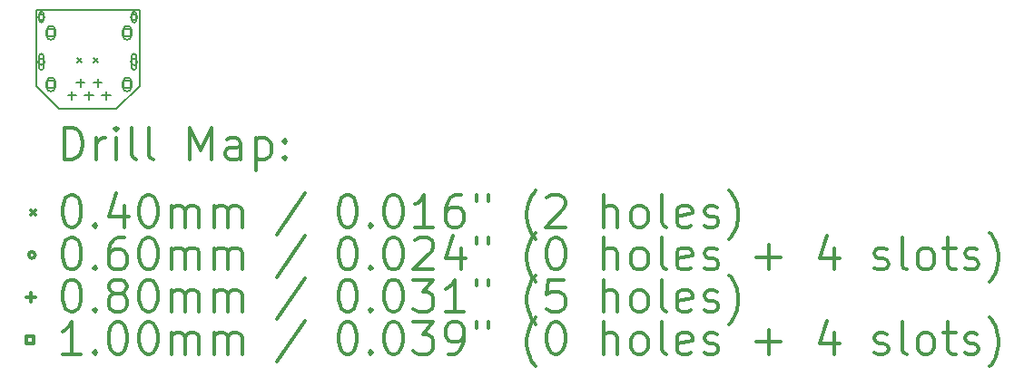
<source format=gbr>
%FSLAX45Y45*%
G04 Gerber Fmt 4.5, Leading zero omitted, Abs format (unit mm)*
G04 Created by KiCad (PCBNEW 4.0.7) date 02/03/18 20:49:27*
%MOMM*%
%LPD*%
G01*
G04 APERTURE LIST*
%ADD10C,0.127000*%
%ADD11C,0.150000*%
%ADD12C,0.200000*%
%ADD13C,0.300000*%
G04 APERTURE END LIST*
D10*
D11*
X4914900Y-4152900D02*
X3949700Y-4152900D01*
X4699000Y-5080000D02*
X4165600Y-5080000D01*
X4914900Y-4864100D02*
X4699000Y-5080000D01*
X4914900Y-4152900D02*
X4914900Y-4864100D01*
X3949700Y-4864100D02*
X4165600Y-5080000D01*
X3949700Y-4152900D02*
X3949700Y-4864100D01*
D12*
X4336100Y-4602800D02*
X4376100Y-4642800D01*
X4376100Y-4602800D02*
X4336100Y-4642800D01*
X4488500Y-4602800D02*
X4528500Y-4642800D01*
X4528500Y-4602800D02*
X4488500Y-4642800D01*
X4029800Y-4222400D02*
G75*
G03X4029800Y-4222400I-30000J0D01*
G01*
X4019800Y-4252400D02*
X4019800Y-4192400D01*
X3979800Y-4252400D02*
X3979800Y-4192400D01*
X4019800Y-4192400D02*
G75*
G03X3979800Y-4192400I-20000J0D01*
G01*
X3979800Y-4252400D02*
G75*
G03X4019800Y-4252400I20000J0D01*
G01*
X4029800Y-4640400D02*
G75*
G03X4029800Y-4640400I-30000J0D01*
G01*
X4019800Y-4695400D02*
X4019800Y-4585400D01*
X3979800Y-4695400D02*
X3979800Y-4585400D01*
X4019800Y-4585400D02*
G75*
G03X3979800Y-4585400I-20000J0D01*
G01*
X3979800Y-4695400D02*
G75*
G03X4019800Y-4695400I20000J0D01*
G01*
X4894800Y-4222400D02*
G75*
G03X4894800Y-4222400I-30000J0D01*
G01*
X4884800Y-4252400D02*
X4884800Y-4192400D01*
X4844800Y-4252400D02*
X4844800Y-4192400D01*
X4884800Y-4192400D02*
G75*
G03X4844800Y-4192400I-20000J0D01*
G01*
X4844800Y-4252400D02*
G75*
G03X4884800Y-4252400I20000J0D01*
G01*
X4894800Y-4640400D02*
G75*
G03X4894800Y-4640400I-30000J0D01*
G01*
X4884800Y-4695400D02*
X4884800Y-4585400D01*
X4844800Y-4695400D02*
X4844800Y-4585400D01*
X4884800Y-4585400D02*
G75*
G03X4844800Y-4585400I-20000J0D01*
G01*
X4844800Y-4695400D02*
G75*
G03X4884800Y-4695400I20000J0D01*
G01*
X4285234Y-4914900D02*
X4285234Y-4994656D01*
X4245356Y-4954778D02*
X4325112Y-4954778D01*
X4365244Y-4795012D02*
X4365244Y-4874768D01*
X4325366Y-4834890D02*
X4405122Y-4834890D01*
X4445000Y-4914900D02*
X4445000Y-4994656D01*
X4405122Y-4954778D02*
X4484878Y-4954778D01*
X4524756Y-4795012D02*
X4524756Y-4874768D01*
X4484878Y-4834890D02*
X4564634Y-4834890D01*
X4604766Y-4914900D02*
X4604766Y-4994656D01*
X4564888Y-4954778D02*
X4644644Y-4954778D01*
X4124756Y-4404156D02*
X4124756Y-4333444D01*
X4054044Y-4333444D01*
X4054044Y-4404156D01*
X4124756Y-4404156D01*
X4049400Y-4343800D02*
X4049400Y-4393800D01*
X4129400Y-4343800D02*
X4129400Y-4393800D01*
X4049400Y-4393800D02*
G75*
G03X4129400Y-4393800I40000J0D01*
G01*
X4129400Y-4343800D02*
G75*
G03X4049400Y-4343800I-40000J0D01*
G01*
X4124756Y-4886756D02*
X4124756Y-4816044D01*
X4054044Y-4816044D01*
X4054044Y-4886756D01*
X4124756Y-4886756D01*
X4049400Y-4826400D02*
X4049400Y-4876400D01*
X4129400Y-4826400D02*
X4129400Y-4876400D01*
X4049400Y-4876400D02*
G75*
G03X4129400Y-4876400I40000J0D01*
G01*
X4129400Y-4826400D02*
G75*
G03X4049400Y-4826400I-40000J0D01*
G01*
X4835956Y-4404156D02*
X4835956Y-4333444D01*
X4765244Y-4333444D01*
X4765244Y-4404156D01*
X4835956Y-4404156D01*
X4760600Y-4343800D02*
X4760600Y-4393800D01*
X4840600Y-4343800D02*
X4840600Y-4393800D01*
X4760600Y-4393800D02*
G75*
G03X4840600Y-4393800I40000J0D01*
G01*
X4840600Y-4343800D02*
G75*
G03X4760600Y-4343800I-40000J0D01*
G01*
X4835956Y-4886756D02*
X4835956Y-4816044D01*
X4765244Y-4816044D01*
X4765244Y-4886756D01*
X4835956Y-4886756D01*
X4760600Y-4826400D02*
X4760600Y-4876400D01*
X4840600Y-4826400D02*
X4840600Y-4876400D01*
X4760600Y-4876400D02*
G75*
G03X4840600Y-4876400I40000J0D01*
G01*
X4840600Y-4826400D02*
G75*
G03X4760600Y-4826400I-40000J0D01*
G01*
D13*
X4213629Y-5553214D02*
X4213629Y-5253214D01*
X4285057Y-5253214D01*
X4327914Y-5267500D01*
X4356486Y-5296072D01*
X4370771Y-5324643D01*
X4385057Y-5381786D01*
X4385057Y-5424643D01*
X4370771Y-5481786D01*
X4356486Y-5510357D01*
X4327914Y-5538929D01*
X4285057Y-5553214D01*
X4213629Y-5553214D01*
X4513629Y-5553214D02*
X4513629Y-5353214D01*
X4513629Y-5410357D02*
X4527914Y-5381786D01*
X4542200Y-5367500D01*
X4570771Y-5353214D01*
X4599343Y-5353214D01*
X4699343Y-5553214D02*
X4699343Y-5353214D01*
X4699343Y-5253214D02*
X4685057Y-5267500D01*
X4699343Y-5281786D01*
X4713629Y-5267500D01*
X4699343Y-5253214D01*
X4699343Y-5281786D01*
X4885057Y-5553214D02*
X4856486Y-5538929D01*
X4842200Y-5510357D01*
X4842200Y-5253214D01*
X5042200Y-5553214D02*
X5013629Y-5538929D01*
X4999343Y-5510357D01*
X4999343Y-5253214D01*
X5385057Y-5553214D02*
X5385057Y-5253214D01*
X5485057Y-5467500D01*
X5585057Y-5253214D01*
X5585057Y-5553214D01*
X5856486Y-5553214D02*
X5856486Y-5396072D01*
X5842200Y-5367500D01*
X5813628Y-5353214D01*
X5756486Y-5353214D01*
X5727914Y-5367500D01*
X5856486Y-5538929D02*
X5827914Y-5553214D01*
X5756486Y-5553214D01*
X5727914Y-5538929D01*
X5713628Y-5510357D01*
X5713628Y-5481786D01*
X5727914Y-5453214D01*
X5756486Y-5438929D01*
X5827914Y-5438929D01*
X5856486Y-5424643D01*
X5999343Y-5353214D02*
X5999343Y-5653214D01*
X5999343Y-5367500D02*
X6027914Y-5353214D01*
X6085057Y-5353214D01*
X6113628Y-5367500D01*
X6127914Y-5381786D01*
X6142200Y-5410357D01*
X6142200Y-5496072D01*
X6127914Y-5524643D01*
X6113628Y-5538929D01*
X6085057Y-5553214D01*
X6027914Y-5553214D01*
X5999343Y-5538929D01*
X6270771Y-5524643D02*
X6285057Y-5538929D01*
X6270771Y-5553214D01*
X6256486Y-5538929D01*
X6270771Y-5524643D01*
X6270771Y-5553214D01*
X6270771Y-5367500D02*
X6285057Y-5381786D01*
X6270771Y-5396072D01*
X6256486Y-5381786D01*
X6270771Y-5367500D01*
X6270771Y-5396072D01*
X3902200Y-6027500D02*
X3942200Y-6067500D01*
X3942200Y-6027500D02*
X3902200Y-6067500D01*
X4270771Y-5883214D02*
X4299343Y-5883214D01*
X4327914Y-5897500D01*
X4342200Y-5911786D01*
X4356486Y-5940357D01*
X4370771Y-5997500D01*
X4370771Y-6068929D01*
X4356486Y-6126071D01*
X4342200Y-6154643D01*
X4327914Y-6168929D01*
X4299343Y-6183214D01*
X4270771Y-6183214D01*
X4242200Y-6168929D01*
X4227914Y-6154643D01*
X4213629Y-6126071D01*
X4199343Y-6068929D01*
X4199343Y-5997500D01*
X4213629Y-5940357D01*
X4227914Y-5911786D01*
X4242200Y-5897500D01*
X4270771Y-5883214D01*
X4499343Y-6154643D02*
X4513629Y-6168929D01*
X4499343Y-6183214D01*
X4485057Y-6168929D01*
X4499343Y-6154643D01*
X4499343Y-6183214D01*
X4770771Y-5983214D02*
X4770771Y-6183214D01*
X4699343Y-5868929D02*
X4627914Y-6083214D01*
X4813628Y-6083214D01*
X4985057Y-5883214D02*
X5013629Y-5883214D01*
X5042200Y-5897500D01*
X5056486Y-5911786D01*
X5070771Y-5940357D01*
X5085057Y-5997500D01*
X5085057Y-6068929D01*
X5070771Y-6126071D01*
X5056486Y-6154643D01*
X5042200Y-6168929D01*
X5013629Y-6183214D01*
X4985057Y-6183214D01*
X4956486Y-6168929D01*
X4942200Y-6154643D01*
X4927914Y-6126071D01*
X4913629Y-6068929D01*
X4913629Y-5997500D01*
X4927914Y-5940357D01*
X4942200Y-5911786D01*
X4956486Y-5897500D01*
X4985057Y-5883214D01*
X5213629Y-6183214D02*
X5213629Y-5983214D01*
X5213629Y-6011786D02*
X5227914Y-5997500D01*
X5256486Y-5983214D01*
X5299343Y-5983214D01*
X5327914Y-5997500D01*
X5342200Y-6026071D01*
X5342200Y-6183214D01*
X5342200Y-6026071D02*
X5356486Y-5997500D01*
X5385057Y-5983214D01*
X5427914Y-5983214D01*
X5456486Y-5997500D01*
X5470771Y-6026071D01*
X5470771Y-6183214D01*
X5613628Y-6183214D02*
X5613628Y-5983214D01*
X5613628Y-6011786D02*
X5627914Y-5997500D01*
X5656486Y-5983214D01*
X5699343Y-5983214D01*
X5727914Y-5997500D01*
X5742200Y-6026071D01*
X5742200Y-6183214D01*
X5742200Y-6026071D02*
X5756486Y-5997500D01*
X5785057Y-5983214D01*
X5827914Y-5983214D01*
X5856486Y-5997500D01*
X5870771Y-6026071D01*
X5870771Y-6183214D01*
X6456486Y-5868929D02*
X6199343Y-6254643D01*
X6842200Y-5883214D02*
X6870771Y-5883214D01*
X6899343Y-5897500D01*
X6913628Y-5911786D01*
X6927914Y-5940357D01*
X6942200Y-5997500D01*
X6942200Y-6068929D01*
X6927914Y-6126071D01*
X6913628Y-6154643D01*
X6899343Y-6168929D01*
X6870771Y-6183214D01*
X6842200Y-6183214D01*
X6813628Y-6168929D01*
X6799343Y-6154643D01*
X6785057Y-6126071D01*
X6770771Y-6068929D01*
X6770771Y-5997500D01*
X6785057Y-5940357D01*
X6799343Y-5911786D01*
X6813628Y-5897500D01*
X6842200Y-5883214D01*
X7070771Y-6154643D02*
X7085057Y-6168929D01*
X7070771Y-6183214D01*
X7056486Y-6168929D01*
X7070771Y-6154643D01*
X7070771Y-6183214D01*
X7270771Y-5883214D02*
X7299343Y-5883214D01*
X7327914Y-5897500D01*
X7342200Y-5911786D01*
X7356485Y-5940357D01*
X7370771Y-5997500D01*
X7370771Y-6068929D01*
X7356485Y-6126071D01*
X7342200Y-6154643D01*
X7327914Y-6168929D01*
X7299343Y-6183214D01*
X7270771Y-6183214D01*
X7242200Y-6168929D01*
X7227914Y-6154643D01*
X7213628Y-6126071D01*
X7199343Y-6068929D01*
X7199343Y-5997500D01*
X7213628Y-5940357D01*
X7227914Y-5911786D01*
X7242200Y-5897500D01*
X7270771Y-5883214D01*
X7656485Y-6183214D02*
X7485057Y-6183214D01*
X7570771Y-6183214D02*
X7570771Y-5883214D01*
X7542200Y-5926071D01*
X7513628Y-5954643D01*
X7485057Y-5968929D01*
X7913628Y-5883214D02*
X7856485Y-5883214D01*
X7827914Y-5897500D01*
X7813628Y-5911786D01*
X7785057Y-5954643D01*
X7770771Y-6011786D01*
X7770771Y-6126071D01*
X7785057Y-6154643D01*
X7799343Y-6168929D01*
X7827914Y-6183214D01*
X7885057Y-6183214D01*
X7913628Y-6168929D01*
X7927914Y-6154643D01*
X7942200Y-6126071D01*
X7942200Y-6054643D01*
X7927914Y-6026071D01*
X7913628Y-6011786D01*
X7885057Y-5997500D01*
X7827914Y-5997500D01*
X7799343Y-6011786D01*
X7785057Y-6026071D01*
X7770771Y-6054643D01*
X8056486Y-5883214D02*
X8056486Y-5940357D01*
X8170771Y-5883214D02*
X8170771Y-5940357D01*
X8613628Y-6297500D02*
X8599343Y-6283214D01*
X8570771Y-6240357D01*
X8556486Y-6211786D01*
X8542200Y-6168929D01*
X8527914Y-6097500D01*
X8527914Y-6040357D01*
X8542200Y-5968929D01*
X8556486Y-5926071D01*
X8570771Y-5897500D01*
X8599343Y-5854643D01*
X8613628Y-5840357D01*
X8713628Y-5911786D02*
X8727914Y-5897500D01*
X8756486Y-5883214D01*
X8827914Y-5883214D01*
X8856486Y-5897500D01*
X8870771Y-5911786D01*
X8885057Y-5940357D01*
X8885057Y-5968929D01*
X8870771Y-6011786D01*
X8699343Y-6183214D01*
X8885057Y-6183214D01*
X9242200Y-6183214D02*
X9242200Y-5883214D01*
X9370771Y-6183214D02*
X9370771Y-6026071D01*
X9356486Y-5997500D01*
X9327914Y-5983214D01*
X9285057Y-5983214D01*
X9256486Y-5997500D01*
X9242200Y-6011786D01*
X9556486Y-6183214D02*
X9527914Y-6168929D01*
X9513628Y-6154643D01*
X9499343Y-6126071D01*
X9499343Y-6040357D01*
X9513628Y-6011786D01*
X9527914Y-5997500D01*
X9556486Y-5983214D01*
X9599343Y-5983214D01*
X9627914Y-5997500D01*
X9642200Y-6011786D01*
X9656486Y-6040357D01*
X9656486Y-6126071D01*
X9642200Y-6154643D01*
X9627914Y-6168929D01*
X9599343Y-6183214D01*
X9556486Y-6183214D01*
X9827914Y-6183214D02*
X9799343Y-6168929D01*
X9785057Y-6140357D01*
X9785057Y-5883214D01*
X10056486Y-6168929D02*
X10027914Y-6183214D01*
X9970771Y-6183214D01*
X9942200Y-6168929D01*
X9927914Y-6140357D01*
X9927914Y-6026071D01*
X9942200Y-5997500D01*
X9970771Y-5983214D01*
X10027914Y-5983214D01*
X10056486Y-5997500D01*
X10070771Y-6026071D01*
X10070771Y-6054643D01*
X9927914Y-6083214D01*
X10185057Y-6168929D02*
X10213629Y-6183214D01*
X10270771Y-6183214D01*
X10299343Y-6168929D01*
X10313629Y-6140357D01*
X10313629Y-6126071D01*
X10299343Y-6097500D01*
X10270771Y-6083214D01*
X10227914Y-6083214D01*
X10199343Y-6068929D01*
X10185057Y-6040357D01*
X10185057Y-6026071D01*
X10199343Y-5997500D01*
X10227914Y-5983214D01*
X10270771Y-5983214D01*
X10299343Y-5997500D01*
X10413628Y-6297500D02*
X10427914Y-6283214D01*
X10456486Y-6240357D01*
X10470771Y-6211786D01*
X10485057Y-6168929D01*
X10499343Y-6097500D01*
X10499343Y-6040357D01*
X10485057Y-5968929D01*
X10470771Y-5926071D01*
X10456486Y-5897500D01*
X10427914Y-5854643D01*
X10413628Y-5840357D01*
X3942200Y-6443500D02*
G75*
G03X3942200Y-6443500I-30000J0D01*
G01*
X4270771Y-6279214D02*
X4299343Y-6279214D01*
X4327914Y-6293500D01*
X4342200Y-6307786D01*
X4356486Y-6336357D01*
X4370771Y-6393500D01*
X4370771Y-6464929D01*
X4356486Y-6522071D01*
X4342200Y-6550643D01*
X4327914Y-6564929D01*
X4299343Y-6579214D01*
X4270771Y-6579214D01*
X4242200Y-6564929D01*
X4227914Y-6550643D01*
X4213629Y-6522071D01*
X4199343Y-6464929D01*
X4199343Y-6393500D01*
X4213629Y-6336357D01*
X4227914Y-6307786D01*
X4242200Y-6293500D01*
X4270771Y-6279214D01*
X4499343Y-6550643D02*
X4513629Y-6564929D01*
X4499343Y-6579214D01*
X4485057Y-6564929D01*
X4499343Y-6550643D01*
X4499343Y-6579214D01*
X4770771Y-6279214D02*
X4713628Y-6279214D01*
X4685057Y-6293500D01*
X4670771Y-6307786D01*
X4642200Y-6350643D01*
X4627914Y-6407786D01*
X4627914Y-6522071D01*
X4642200Y-6550643D01*
X4656486Y-6564929D01*
X4685057Y-6579214D01*
X4742200Y-6579214D01*
X4770771Y-6564929D01*
X4785057Y-6550643D01*
X4799343Y-6522071D01*
X4799343Y-6450643D01*
X4785057Y-6422071D01*
X4770771Y-6407786D01*
X4742200Y-6393500D01*
X4685057Y-6393500D01*
X4656486Y-6407786D01*
X4642200Y-6422071D01*
X4627914Y-6450643D01*
X4985057Y-6279214D02*
X5013629Y-6279214D01*
X5042200Y-6293500D01*
X5056486Y-6307786D01*
X5070771Y-6336357D01*
X5085057Y-6393500D01*
X5085057Y-6464929D01*
X5070771Y-6522071D01*
X5056486Y-6550643D01*
X5042200Y-6564929D01*
X5013629Y-6579214D01*
X4985057Y-6579214D01*
X4956486Y-6564929D01*
X4942200Y-6550643D01*
X4927914Y-6522071D01*
X4913629Y-6464929D01*
X4913629Y-6393500D01*
X4927914Y-6336357D01*
X4942200Y-6307786D01*
X4956486Y-6293500D01*
X4985057Y-6279214D01*
X5213629Y-6579214D02*
X5213629Y-6379214D01*
X5213629Y-6407786D02*
X5227914Y-6393500D01*
X5256486Y-6379214D01*
X5299343Y-6379214D01*
X5327914Y-6393500D01*
X5342200Y-6422071D01*
X5342200Y-6579214D01*
X5342200Y-6422071D02*
X5356486Y-6393500D01*
X5385057Y-6379214D01*
X5427914Y-6379214D01*
X5456486Y-6393500D01*
X5470771Y-6422071D01*
X5470771Y-6579214D01*
X5613628Y-6579214D02*
X5613628Y-6379214D01*
X5613628Y-6407786D02*
X5627914Y-6393500D01*
X5656486Y-6379214D01*
X5699343Y-6379214D01*
X5727914Y-6393500D01*
X5742200Y-6422071D01*
X5742200Y-6579214D01*
X5742200Y-6422071D02*
X5756486Y-6393500D01*
X5785057Y-6379214D01*
X5827914Y-6379214D01*
X5856486Y-6393500D01*
X5870771Y-6422071D01*
X5870771Y-6579214D01*
X6456486Y-6264929D02*
X6199343Y-6650643D01*
X6842200Y-6279214D02*
X6870771Y-6279214D01*
X6899343Y-6293500D01*
X6913628Y-6307786D01*
X6927914Y-6336357D01*
X6942200Y-6393500D01*
X6942200Y-6464929D01*
X6927914Y-6522071D01*
X6913628Y-6550643D01*
X6899343Y-6564929D01*
X6870771Y-6579214D01*
X6842200Y-6579214D01*
X6813628Y-6564929D01*
X6799343Y-6550643D01*
X6785057Y-6522071D01*
X6770771Y-6464929D01*
X6770771Y-6393500D01*
X6785057Y-6336357D01*
X6799343Y-6307786D01*
X6813628Y-6293500D01*
X6842200Y-6279214D01*
X7070771Y-6550643D02*
X7085057Y-6564929D01*
X7070771Y-6579214D01*
X7056486Y-6564929D01*
X7070771Y-6550643D01*
X7070771Y-6579214D01*
X7270771Y-6279214D02*
X7299343Y-6279214D01*
X7327914Y-6293500D01*
X7342200Y-6307786D01*
X7356485Y-6336357D01*
X7370771Y-6393500D01*
X7370771Y-6464929D01*
X7356485Y-6522071D01*
X7342200Y-6550643D01*
X7327914Y-6564929D01*
X7299343Y-6579214D01*
X7270771Y-6579214D01*
X7242200Y-6564929D01*
X7227914Y-6550643D01*
X7213628Y-6522071D01*
X7199343Y-6464929D01*
X7199343Y-6393500D01*
X7213628Y-6336357D01*
X7227914Y-6307786D01*
X7242200Y-6293500D01*
X7270771Y-6279214D01*
X7485057Y-6307786D02*
X7499343Y-6293500D01*
X7527914Y-6279214D01*
X7599343Y-6279214D01*
X7627914Y-6293500D01*
X7642200Y-6307786D01*
X7656485Y-6336357D01*
X7656485Y-6364929D01*
X7642200Y-6407786D01*
X7470771Y-6579214D01*
X7656485Y-6579214D01*
X7913628Y-6379214D02*
X7913628Y-6579214D01*
X7842200Y-6264929D02*
X7770771Y-6479214D01*
X7956485Y-6479214D01*
X8056486Y-6279214D02*
X8056486Y-6336357D01*
X8170771Y-6279214D02*
X8170771Y-6336357D01*
X8613628Y-6693500D02*
X8599343Y-6679214D01*
X8570771Y-6636357D01*
X8556486Y-6607786D01*
X8542200Y-6564929D01*
X8527914Y-6493500D01*
X8527914Y-6436357D01*
X8542200Y-6364929D01*
X8556486Y-6322071D01*
X8570771Y-6293500D01*
X8599343Y-6250643D01*
X8613628Y-6236357D01*
X8785057Y-6279214D02*
X8813628Y-6279214D01*
X8842200Y-6293500D01*
X8856486Y-6307786D01*
X8870771Y-6336357D01*
X8885057Y-6393500D01*
X8885057Y-6464929D01*
X8870771Y-6522071D01*
X8856486Y-6550643D01*
X8842200Y-6564929D01*
X8813628Y-6579214D01*
X8785057Y-6579214D01*
X8756486Y-6564929D01*
X8742200Y-6550643D01*
X8727914Y-6522071D01*
X8713628Y-6464929D01*
X8713628Y-6393500D01*
X8727914Y-6336357D01*
X8742200Y-6307786D01*
X8756486Y-6293500D01*
X8785057Y-6279214D01*
X9242200Y-6579214D02*
X9242200Y-6279214D01*
X9370771Y-6579214D02*
X9370771Y-6422071D01*
X9356486Y-6393500D01*
X9327914Y-6379214D01*
X9285057Y-6379214D01*
X9256486Y-6393500D01*
X9242200Y-6407786D01*
X9556486Y-6579214D02*
X9527914Y-6564929D01*
X9513628Y-6550643D01*
X9499343Y-6522071D01*
X9499343Y-6436357D01*
X9513628Y-6407786D01*
X9527914Y-6393500D01*
X9556486Y-6379214D01*
X9599343Y-6379214D01*
X9627914Y-6393500D01*
X9642200Y-6407786D01*
X9656486Y-6436357D01*
X9656486Y-6522071D01*
X9642200Y-6550643D01*
X9627914Y-6564929D01*
X9599343Y-6579214D01*
X9556486Y-6579214D01*
X9827914Y-6579214D02*
X9799343Y-6564929D01*
X9785057Y-6536357D01*
X9785057Y-6279214D01*
X10056486Y-6564929D02*
X10027914Y-6579214D01*
X9970771Y-6579214D01*
X9942200Y-6564929D01*
X9927914Y-6536357D01*
X9927914Y-6422071D01*
X9942200Y-6393500D01*
X9970771Y-6379214D01*
X10027914Y-6379214D01*
X10056486Y-6393500D01*
X10070771Y-6422071D01*
X10070771Y-6450643D01*
X9927914Y-6479214D01*
X10185057Y-6564929D02*
X10213629Y-6579214D01*
X10270771Y-6579214D01*
X10299343Y-6564929D01*
X10313629Y-6536357D01*
X10313629Y-6522071D01*
X10299343Y-6493500D01*
X10270771Y-6479214D01*
X10227914Y-6479214D01*
X10199343Y-6464929D01*
X10185057Y-6436357D01*
X10185057Y-6422071D01*
X10199343Y-6393500D01*
X10227914Y-6379214D01*
X10270771Y-6379214D01*
X10299343Y-6393500D01*
X10670771Y-6464929D02*
X10899343Y-6464929D01*
X10785057Y-6579214D02*
X10785057Y-6350643D01*
X11399343Y-6379214D02*
X11399343Y-6579214D01*
X11327914Y-6264929D02*
X11256486Y-6479214D01*
X11442200Y-6479214D01*
X11770771Y-6564929D02*
X11799343Y-6579214D01*
X11856485Y-6579214D01*
X11885057Y-6564929D01*
X11899343Y-6536357D01*
X11899343Y-6522071D01*
X11885057Y-6493500D01*
X11856485Y-6479214D01*
X11813628Y-6479214D01*
X11785057Y-6464929D01*
X11770771Y-6436357D01*
X11770771Y-6422071D01*
X11785057Y-6393500D01*
X11813628Y-6379214D01*
X11856485Y-6379214D01*
X11885057Y-6393500D01*
X12070771Y-6579214D02*
X12042200Y-6564929D01*
X12027914Y-6536357D01*
X12027914Y-6279214D01*
X12227914Y-6579214D02*
X12199343Y-6564929D01*
X12185057Y-6550643D01*
X12170771Y-6522071D01*
X12170771Y-6436357D01*
X12185057Y-6407786D01*
X12199343Y-6393500D01*
X12227914Y-6379214D01*
X12270771Y-6379214D01*
X12299343Y-6393500D01*
X12313628Y-6407786D01*
X12327914Y-6436357D01*
X12327914Y-6522071D01*
X12313628Y-6550643D01*
X12299343Y-6564929D01*
X12270771Y-6579214D01*
X12227914Y-6579214D01*
X12413628Y-6379214D02*
X12527914Y-6379214D01*
X12456486Y-6279214D02*
X12456486Y-6536357D01*
X12470771Y-6564929D01*
X12499343Y-6579214D01*
X12527914Y-6579214D01*
X12613628Y-6564929D02*
X12642200Y-6579214D01*
X12699343Y-6579214D01*
X12727914Y-6564929D01*
X12742200Y-6536357D01*
X12742200Y-6522071D01*
X12727914Y-6493500D01*
X12699343Y-6479214D01*
X12656486Y-6479214D01*
X12627914Y-6464929D01*
X12613628Y-6436357D01*
X12613628Y-6422071D01*
X12627914Y-6393500D01*
X12656486Y-6379214D01*
X12699343Y-6379214D01*
X12727914Y-6393500D01*
X12842200Y-6693500D02*
X12856486Y-6679214D01*
X12885057Y-6636357D01*
X12899343Y-6607786D01*
X12913628Y-6564929D01*
X12927914Y-6493500D01*
X12927914Y-6436357D01*
X12913628Y-6364929D01*
X12899343Y-6322071D01*
X12885057Y-6293500D01*
X12856486Y-6250643D01*
X12842200Y-6236357D01*
X3902322Y-6799622D02*
X3902322Y-6879378D01*
X3862444Y-6839500D02*
X3942200Y-6839500D01*
X4270771Y-6675214D02*
X4299343Y-6675214D01*
X4327914Y-6689500D01*
X4342200Y-6703786D01*
X4356486Y-6732357D01*
X4370771Y-6789500D01*
X4370771Y-6860929D01*
X4356486Y-6918071D01*
X4342200Y-6946643D01*
X4327914Y-6960929D01*
X4299343Y-6975214D01*
X4270771Y-6975214D01*
X4242200Y-6960929D01*
X4227914Y-6946643D01*
X4213629Y-6918071D01*
X4199343Y-6860929D01*
X4199343Y-6789500D01*
X4213629Y-6732357D01*
X4227914Y-6703786D01*
X4242200Y-6689500D01*
X4270771Y-6675214D01*
X4499343Y-6946643D02*
X4513629Y-6960929D01*
X4499343Y-6975214D01*
X4485057Y-6960929D01*
X4499343Y-6946643D01*
X4499343Y-6975214D01*
X4685057Y-6803786D02*
X4656486Y-6789500D01*
X4642200Y-6775214D01*
X4627914Y-6746643D01*
X4627914Y-6732357D01*
X4642200Y-6703786D01*
X4656486Y-6689500D01*
X4685057Y-6675214D01*
X4742200Y-6675214D01*
X4770771Y-6689500D01*
X4785057Y-6703786D01*
X4799343Y-6732357D01*
X4799343Y-6746643D01*
X4785057Y-6775214D01*
X4770771Y-6789500D01*
X4742200Y-6803786D01*
X4685057Y-6803786D01*
X4656486Y-6818071D01*
X4642200Y-6832357D01*
X4627914Y-6860929D01*
X4627914Y-6918071D01*
X4642200Y-6946643D01*
X4656486Y-6960929D01*
X4685057Y-6975214D01*
X4742200Y-6975214D01*
X4770771Y-6960929D01*
X4785057Y-6946643D01*
X4799343Y-6918071D01*
X4799343Y-6860929D01*
X4785057Y-6832357D01*
X4770771Y-6818071D01*
X4742200Y-6803786D01*
X4985057Y-6675214D02*
X5013629Y-6675214D01*
X5042200Y-6689500D01*
X5056486Y-6703786D01*
X5070771Y-6732357D01*
X5085057Y-6789500D01*
X5085057Y-6860929D01*
X5070771Y-6918071D01*
X5056486Y-6946643D01*
X5042200Y-6960929D01*
X5013629Y-6975214D01*
X4985057Y-6975214D01*
X4956486Y-6960929D01*
X4942200Y-6946643D01*
X4927914Y-6918071D01*
X4913629Y-6860929D01*
X4913629Y-6789500D01*
X4927914Y-6732357D01*
X4942200Y-6703786D01*
X4956486Y-6689500D01*
X4985057Y-6675214D01*
X5213629Y-6975214D02*
X5213629Y-6775214D01*
X5213629Y-6803786D02*
X5227914Y-6789500D01*
X5256486Y-6775214D01*
X5299343Y-6775214D01*
X5327914Y-6789500D01*
X5342200Y-6818071D01*
X5342200Y-6975214D01*
X5342200Y-6818071D02*
X5356486Y-6789500D01*
X5385057Y-6775214D01*
X5427914Y-6775214D01*
X5456486Y-6789500D01*
X5470771Y-6818071D01*
X5470771Y-6975214D01*
X5613628Y-6975214D02*
X5613628Y-6775214D01*
X5613628Y-6803786D02*
X5627914Y-6789500D01*
X5656486Y-6775214D01*
X5699343Y-6775214D01*
X5727914Y-6789500D01*
X5742200Y-6818071D01*
X5742200Y-6975214D01*
X5742200Y-6818071D02*
X5756486Y-6789500D01*
X5785057Y-6775214D01*
X5827914Y-6775214D01*
X5856486Y-6789500D01*
X5870771Y-6818071D01*
X5870771Y-6975214D01*
X6456486Y-6660929D02*
X6199343Y-7046643D01*
X6842200Y-6675214D02*
X6870771Y-6675214D01*
X6899343Y-6689500D01*
X6913628Y-6703786D01*
X6927914Y-6732357D01*
X6942200Y-6789500D01*
X6942200Y-6860929D01*
X6927914Y-6918071D01*
X6913628Y-6946643D01*
X6899343Y-6960929D01*
X6870771Y-6975214D01*
X6842200Y-6975214D01*
X6813628Y-6960929D01*
X6799343Y-6946643D01*
X6785057Y-6918071D01*
X6770771Y-6860929D01*
X6770771Y-6789500D01*
X6785057Y-6732357D01*
X6799343Y-6703786D01*
X6813628Y-6689500D01*
X6842200Y-6675214D01*
X7070771Y-6946643D02*
X7085057Y-6960929D01*
X7070771Y-6975214D01*
X7056486Y-6960929D01*
X7070771Y-6946643D01*
X7070771Y-6975214D01*
X7270771Y-6675214D02*
X7299343Y-6675214D01*
X7327914Y-6689500D01*
X7342200Y-6703786D01*
X7356485Y-6732357D01*
X7370771Y-6789500D01*
X7370771Y-6860929D01*
X7356485Y-6918071D01*
X7342200Y-6946643D01*
X7327914Y-6960929D01*
X7299343Y-6975214D01*
X7270771Y-6975214D01*
X7242200Y-6960929D01*
X7227914Y-6946643D01*
X7213628Y-6918071D01*
X7199343Y-6860929D01*
X7199343Y-6789500D01*
X7213628Y-6732357D01*
X7227914Y-6703786D01*
X7242200Y-6689500D01*
X7270771Y-6675214D01*
X7470771Y-6675214D02*
X7656485Y-6675214D01*
X7556485Y-6789500D01*
X7599343Y-6789500D01*
X7627914Y-6803786D01*
X7642200Y-6818071D01*
X7656485Y-6846643D01*
X7656485Y-6918071D01*
X7642200Y-6946643D01*
X7627914Y-6960929D01*
X7599343Y-6975214D01*
X7513628Y-6975214D01*
X7485057Y-6960929D01*
X7470771Y-6946643D01*
X7942200Y-6975214D02*
X7770771Y-6975214D01*
X7856485Y-6975214D02*
X7856485Y-6675214D01*
X7827914Y-6718071D01*
X7799343Y-6746643D01*
X7770771Y-6760929D01*
X8056486Y-6675214D02*
X8056486Y-6732357D01*
X8170771Y-6675214D02*
X8170771Y-6732357D01*
X8613628Y-7089500D02*
X8599343Y-7075214D01*
X8570771Y-7032357D01*
X8556486Y-7003786D01*
X8542200Y-6960929D01*
X8527914Y-6889500D01*
X8527914Y-6832357D01*
X8542200Y-6760929D01*
X8556486Y-6718071D01*
X8570771Y-6689500D01*
X8599343Y-6646643D01*
X8613628Y-6632357D01*
X8870771Y-6675214D02*
X8727914Y-6675214D01*
X8713628Y-6818071D01*
X8727914Y-6803786D01*
X8756486Y-6789500D01*
X8827914Y-6789500D01*
X8856486Y-6803786D01*
X8870771Y-6818071D01*
X8885057Y-6846643D01*
X8885057Y-6918071D01*
X8870771Y-6946643D01*
X8856486Y-6960929D01*
X8827914Y-6975214D01*
X8756486Y-6975214D01*
X8727914Y-6960929D01*
X8713628Y-6946643D01*
X9242200Y-6975214D02*
X9242200Y-6675214D01*
X9370771Y-6975214D02*
X9370771Y-6818071D01*
X9356486Y-6789500D01*
X9327914Y-6775214D01*
X9285057Y-6775214D01*
X9256486Y-6789500D01*
X9242200Y-6803786D01*
X9556486Y-6975214D02*
X9527914Y-6960929D01*
X9513628Y-6946643D01*
X9499343Y-6918071D01*
X9499343Y-6832357D01*
X9513628Y-6803786D01*
X9527914Y-6789500D01*
X9556486Y-6775214D01*
X9599343Y-6775214D01*
X9627914Y-6789500D01*
X9642200Y-6803786D01*
X9656486Y-6832357D01*
X9656486Y-6918071D01*
X9642200Y-6946643D01*
X9627914Y-6960929D01*
X9599343Y-6975214D01*
X9556486Y-6975214D01*
X9827914Y-6975214D02*
X9799343Y-6960929D01*
X9785057Y-6932357D01*
X9785057Y-6675214D01*
X10056486Y-6960929D02*
X10027914Y-6975214D01*
X9970771Y-6975214D01*
X9942200Y-6960929D01*
X9927914Y-6932357D01*
X9927914Y-6818071D01*
X9942200Y-6789500D01*
X9970771Y-6775214D01*
X10027914Y-6775214D01*
X10056486Y-6789500D01*
X10070771Y-6818071D01*
X10070771Y-6846643D01*
X9927914Y-6875214D01*
X10185057Y-6960929D02*
X10213629Y-6975214D01*
X10270771Y-6975214D01*
X10299343Y-6960929D01*
X10313629Y-6932357D01*
X10313629Y-6918071D01*
X10299343Y-6889500D01*
X10270771Y-6875214D01*
X10227914Y-6875214D01*
X10199343Y-6860929D01*
X10185057Y-6832357D01*
X10185057Y-6818071D01*
X10199343Y-6789500D01*
X10227914Y-6775214D01*
X10270771Y-6775214D01*
X10299343Y-6789500D01*
X10413628Y-7089500D02*
X10427914Y-7075214D01*
X10456486Y-7032357D01*
X10470771Y-7003786D01*
X10485057Y-6960929D01*
X10499343Y-6889500D01*
X10499343Y-6832357D01*
X10485057Y-6760929D01*
X10470771Y-6718071D01*
X10456486Y-6689500D01*
X10427914Y-6646643D01*
X10413628Y-6632357D01*
X3927556Y-7270856D02*
X3927556Y-7200144D01*
X3856844Y-7200144D01*
X3856844Y-7270856D01*
X3927556Y-7270856D01*
X4370771Y-7371214D02*
X4199343Y-7371214D01*
X4285057Y-7371214D02*
X4285057Y-7071214D01*
X4256486Y-7114071D01*
X4227914Y-7142643D01*
X4199343Y-7156929D01*
X4499343Y-7342643D02*
X4513629Y-7356929D01*
X4499343Y-7371214D01*
X4485057Y-7356929D01*
X4499343Y-7342643D01*
X4499343Y-7371214D01*
X4699343Y-7071214D02*
X4727914Y-7071214D01*
X4756486Y-7085500D01*
X4770771Y-7099786D01*
X4785057Y-7128357D01*
X4799343Y-7185500D01*
X4799343Y-7256929D01*
X4785057Y-7314071D01*
X4770771Y-7342643D01*
X4756486Y-7356929D01*
X4727914Y-7371214D01*
X4699343Y-7371214D01*
X4670771Y-7356929D01*
X4656486Y-7342643D01*
X4642200Y-7314071D01*
X4627914Y-7256929D01*
X4627914Y-7185500D01*
X4642200Y-7128357D01*
X4656486Y-7099786D01*
X4670771Y-7085500D01*
X4699343Y-7071214D01*
X4985057Y-7071214D02*
X5013629Y-7071214D01*
X5042200Y-7085500D01*
X5056486Y-7099786D01*
X5070771Y-7128357D01*
X5085057Y-7185500D01*
X5085057Y-7256929D01*
X5070771Y-7314071D01*
X5056486Y-7342643D01*
X5042200Y-7356929D01*
X5013629Y-7371214D01*
X4985057Y-7371214D01*
X4956486Y-7356929D01*
X4942200Y-7342643D01*
X4927914Y-7314071D01*
X4913629Y-7256929D01*
X4913629Y-7185500D01*
X4927914Y-7128357D01*
X4942200Y-7099786D01*
X4956486Y-7085500D01*
X4985057Y-7071214D01*
X5213629Y-7371214D02*
X5213629Y-7171214D01*
X5213629Y-7199786D02*
X5227914Y-7185500D01*
X5256486Y-7171214D01*
X5299343Y-7171214D01*
X5327914Y-7185500D01*
X5342200Y-7214071D01*
X5342200Y-7371214D01*
X5342200Y-7214071D02*
X5356486Y-7185500D01*
X5385057Y-7171214D01*
X5427914Y-7171214D01*
X5456486Y-7185500D01*
X5470771Y-7214071D01*
X5470771Y-7371214D01*
X5613628Y-7371214D02*
X5613628Y-7171214D01*
X5613628Y-7199786D02*
X5627914Y-7185500D01*
X5656486Y-7171214D01*
X5699343Y-7171214D01*
X5727914Y-7185500D01*
X5742200Y-7214071D01*
X5742200Y-7371214D01*
X5742200Y-7214071D02*
X5756486Y-7185500D01*
X5785057Y-7171214D01*
X5827914Y-7171214D01*
X5856486Y-7185500D01*
X5870771Y-7214071D01*
X5870771Y-7371214D01*
X6456486Y-7056929D02*
X6199343Y-7442643D01*
X6842200Y-7071214D02*
X6870771Y-7071214D01*
X6899343Y-7085500D01*
X6913628Y-7099786D01*
X6927914Y-7128357D01*
X6942200Y-7185500D01*
X6942200Y-7256929D01*
X6927914Y-7314071D01*
X6913628Y-7342643D01*
X6899343Y-7356929D01*
X6870771Y-7371214D01*
X6842200Y-7371214D01*
X6813628Y-7356929D01*
X6799343Y-7342643D01*
X6785057Y-7314071D01*
X6770771Y-7256929D01*
X6770771Y-7185500D01*
X6785057Y-7128357D01*
X6799343Y-7099786D01*
X6813628Y-7085500D01*
X6842200Y-7071214D01*
X7070771Y-7342643D02*
X7085057Y-7356929D01*
X7070771Y-7371214D01*
X7056486Y-7356929D01*
X7070771Y-7342643D01*
X7070771Y-7371214D01*
X7270771Y-7071214D02*
X7299343Y-7071214D01*
X7327914Y-7085500D01*
X7342200Y-7099786D01*
X7356485Y-7128357D01*
X7370771Y-7185500D01*
X7370771Y-7256929D01*
X7356485Y-7314071D01*
X7342200Y-7342643D01*
X7327914Y-7356929D01*
X7299343Y-7371214D01*
X7270771Y-7371214D01*
X7242200Y-7356929D01*
X7227914Y-7342643D01*
X7213628Y-7314071D01*
X7199343Y-7256929D01*
X7199343Y-7185500D01*
X7213628Y-7128357D01*
X7227914Y-7099786D01*
X7242200Y-7085500D01*
X7270771Y-7071214D01*
X7470771Y-7071214D02*
X7656485Y-7071214D01*
X7556485Y-7185500D01*
X7599343Y-7185500D01*
X7627914Y-7199786D01*
X7642200Y-7214071D01*
X7656485Y-7242643D01*
X7656485Y-7314071D01*
X7642200Y-7342643D01*
X7627914Y-7356929D01*
X7599343Y-7371214D01*
X7513628Y-7371214D01*
X7485057Y-7356929D01*
X7470771Y-7342643D01*
X7799343Y-7371214D02*
X7856485Y-7371214D01*
X7885057Y-7356929D01*
X7899343Y-7342643D01*
X7927914Y-7299786D01*
X7942200Y-7242643D01*
X7942200Y-7128357D01*
X7927914Y-7099786D01*
X7913628Y-7085500D01*
X7885057Y-7071214D01*
X7827914Y-7071214D01*
X7799343Y-7085500D01*
X7785057Y-7099786D01*
X7770771Y-7128357D01*
X7770771Y-7199786D01*
X7785057Y-7228357D01*
X7799343Y-7242643D01*
X7827914Y-7256929D01*
X7885057Y-7256929D01*
X7913628Y-7242643D01*
X7927914Y-7228357D01*
X7942200Y-7199786D01*
X8056486Y-7071214D02*
X8056486Y-7128357D01*
X8170771Y-7071214D02*
X8170771Y-7128357D01*
X8613628Y-7485500D02*
X8599343Y-7471214D01*
X8570771Y-7428357D01*
X8556486Y-7399786D01*
X8542200Y-7356929D01*
X8527914Y-7285500D01*
X8527914Y-7228357D01*
X8542200Y-7156929D01*
X8556486Y-7114071D01*
X8570771Y-7085500D01*
X8599343Y-7042643D01*
X8613628Y-7028357D01*
X8785057Y-7071214D02*
X8813628Y-7071214D01*
X8842200Y-7085500D01*
X8856486Y-7099786D01*
X8870771Y-7128357D01*
X8885057Y-7185500D01*
X8885057Y-7256929D01*
X8870771Y-7314071D01*
X8856486Y-7342643D01*
X8842200Y-7356929D01*
X8813628Y-7371214D01*
X8785057Y-7371214D01*
X8756486Y-7356929D01*
X8742200Y-7342643D01*
X8727914Y-7314071D01*
X8713628Y-7256929D01*
X8713628Y-7185500D01*
X8727914Y-7128357D01*
X8742200Y-7099786D01*
X8756486Y-7085500D01*
X8785057Y-7071214D01*
X9242200Y-7371214D02*
X9242200Y-7071214D01*
X9370771Y-7371214D02*
X9370771Y-7214071D01*
X9356486Y-7185500D01*
X9327914Y-7171214D01*
X9285057Y-7171214D01*
X9256486Y-7185500D01*
X9242200Y-7199786D01*
X9556486Y-7371214D02*
X9527914Y-7356929D01*
X9513628Y-7342643D01*
X9499343Y-7314071D01*
X9499343Y-7228357D01*
X9513628Y-7199786D01*
X9527914Y-7185500D01*
X9556486Y-7171214D01*
X9599343Y-7171214D01*
X9627914Y-7185500D01*
X9642200Y-7199786D01*
X9656486Y-7228357D01*
X9656486Y-7314071D01*
X9642200Y-7342643D01*
X9627914Y-7356929D01*
X9599343Y-7371214D01*
X9556486Y-7371214D01*
X9827914Y-7371214D02*
X9799343Y-7356929D01*
X9785057Y-7328357D01*
X9785057Y-7071214D01*
X10056486Y-7356929D02*
X10027914Y-7371214D01*
X9970771Y-7371214D01*
X9942200Y-7356929D01*
X9927914Y-7328357D01*
X9927914Y-7214071D01*
X9942200Y-7185500D01*
X9970771Y-7171214D01*
X10027914Y-7171214D01*
X10056486Y-7185500D01*
X10070771Y-7214071D01*
X10070771Y-7242643D01*
X9927914Y-7271214D01*
X10185057Y-7356929D02*
X10213629Y-7371214D01*
X10270771Y-7371214D01*
X10299343Y-7356929D01*
X10313629Y-7328357D01*
X10313629Y-7314071D01*
X10299343Y-7285500D01*
X10270771Y-7271214D01*
X10227914Y-7271214D01*
X10199343Y-7256929D01*
X10185057Y-7228357D01*
X10185057Y-7214071D01*
X10199343Y-7185500D01*
X10227914Y-7171214D01*
X10270771Y-7171214D01*
X10299343Y-7185500D01*
X10670771Y-7256929D02*
X10899343Y-7256929D01*
X10785057Y-7371214D02*
X10785057Y-7142643D01*
X11399343Y-7171214D02*
X11399343Y-7371214D01*
X11327914Y-7056929D02*
X11256486Y-7271214D01*
X11442200Y-7271214D01*
X11770771Y-7356929D02*
X11799343Y-7371214D01*
X11856485Y-7371214D01*
X11885057Y-7356929D01*
X11899343Y-7328357D01*
X11899343Y-7314071D01*
X11885057Y-7285500D01*
X11856485Y-7271214D01*
X11813628Y-7271214D01*
X11785057Y-7256929D01*
X11770771Y-7228357D01*
X11770771Y-7214071D01*
X11785057Y-7185500D01*
X11813628Y-7171214D01*
X11856485Y-7171214D01*
X11885057Y-7185500D01*
X12070771Y-7371214D02*
X12042200Y-7356929D01*
X12027914Y-7328357D01*
X12027914Y-7071214D01*
X12227914Y-7371214D02*
X12199343Y-7356929D01*
X12185057Y-7342643D01*
X12170771Y-7314071D01*
X12170771Y-7228357D01*
X12185057Y-7199786D01*
X12199343Y-7185500D01*
X12227914Y-7171214D01*
X12270771Y-7171214D01*
X12299343Y-7185500D01*
X12313628Y-7199786D01*
X12327914Y-7228357D01*
X12327914Y-7314071D01*
X12313628Y-7342643D01*
X12299343Y-7356929D01*
X12270771Y-7371214D01*
X12227914Y-7371214D01*
X12413628Y-7171214D02*
X12527914Y-7171214D01*
X12456486Y-7071214D02*
X12456486Y-7328357D01*
X12470771Y-7356929D01*
X12499343Y-7371214D01*
X12527914Y-7371214D01*
X12613628Y-7356929D02*
X12642200Y-7371214D01*
X12699343Y-7371214D01*
X12727914Y-7356929D01*
X12742200Y-7328357D01*
X12742200Y-7314071D01*
X12727914Y-7285500D01*
X12699343Y-7271214D01*
X12656486Y-7271214D01*
X12627914Y-7256929D01*
X12613628Y-7228357D01*
X12613628Y-7214071D01*
X12627914Y-7185500D01*
X12656486Y-7171214D01*
X12699343Y-7171214D01*
X12727914Y-7185500D01*
X12842200Y-7485500D02*
X12856486Y-7471214D01*
X12885057Y-7428357D01*
X12899343Y-7399786D01*
X12913628Y-7356929D01*
X12927914Y-7285500D01*
X12927914Y-7228357D01*
X12913628Y-7156929D01*
X12899343Y-7114071D01*
X12885057Y-7085500D01*
X12856486Y-7042643D01*
X12842200Y-7028357D01*
M02*

</source>
